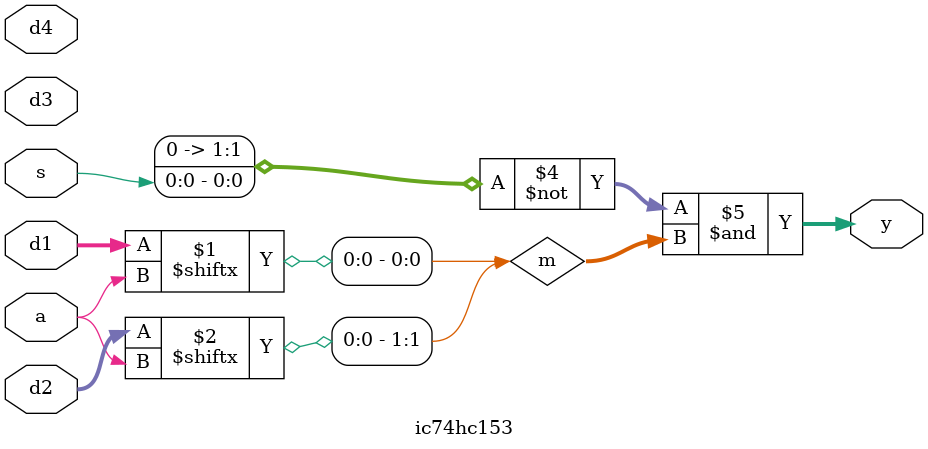
<source format=v>
module ic74hc153(
    input [1:0] d1,d2,d3,d4,
    input a,s,
    output [1:0] y
);
    wire [1:0] m;
    assign m ={d2[a],d1[a]};

    assign  y=(~s)&m;
endmodule
//双4选1数据选择器
//a为选择端
//s为使能端
//使用变量下标
</source>
